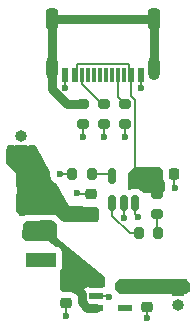
<source format=gbr>
%TF.GenerationSoftware,KiCad,Pcbnew,8.0.1*%
%TF.CreationDate,2024-04-18T20:24:50-07:00*%
%TF.ProjectId,Battery Tester,42617474-6572-4792-9054-65737465722e,rev?*%
%TF.SameCoordinates,Original*%
%TF.FileFunction,Copper,L1,Top*%
%TF.FilePolarity,Positive*%
%FSLAX46Y46*%
G04 Gerber Fmt 4.6, Leading zero omitted, Abs format (unit mm)*
G04 Created by KiCad (PCBNEW 8.0.1) date 2024-04-18 20:24:50*
%MOMM*%
%LPD*%
G01*
G04 APERTURE LIST*
G04 Aperture macros list*
%AMRoundRect*
0 Rectangle with rounded corners*
0 $1 Rounding radius*
0 $2 $3 $4 $5 $6 $7 $8 $9 X,Y pos of 4 corners*
0 Add a 4 corners polygon primitive as box body*
4,1,4,$2,$3,$4,$5,$6,$7,$8,$9,$2,$3,0*
0 Add four circle primitives for the rounded corners*
1,1,$1+$1,$2,$3*
1,1,$1+$1,$4,$5*
1,1,$1+$1,$6,$7*
1,1,$1+$1,$8,$9*
0 Add four rect primitives between the rounded corners*
20,1,$1+$1,$2,$3,$4,$5,0*
20,1,$1+$1,$4,$5,$6,$7,0*
20,1,$1+$1,$6,$7,$8,$9,0*
20,1,$1+$1,$8,$9,$2,$3,0*%
G04 Aperture macros list end*
%TA.AperFunction,SMDPad,CuDef*%
%ADD10R,2.500000X1.200000*%
%TD*%
%TA.AperFunction,SMDPad,CuDef*%
%ADD11RoundRect,0.200000X0.275000X-0.200000X0.275000X0.200000X-0.275000X0.200000X-0.275000X-0.200000X0*%
%TD*%
%TA.AperFunction,SMDPad,CuDef*%
%ADD12RoundRect,0.200000X-0.275000X0.200000X-0.275000X-0.200000X0.275000X-0.200000X0.275000X0.200000X0*%
%TD*%
%TA.AperFunction,SMDPad,CuDef*%
%ADD13RoundRect,0.088500X-0.516500X-0.206500X0.516500X-0.206500X0.516500X0.206500X-0.516500X0.206500X0*%
%TD*%
%TA.AperFunction,SMDPad,CuDef*%
%ADD14RoundRect,0.225000X0.250000X-0.225000X0.250000X0.225000X-0.250000X0.225000X-0.250000X-0.225000X0*%
%TD*%
%TA.AperFunction,ComponentPad*%
%ADD15R,1.000000X1.000000*%
%TD*%
%TA.AperFunction,ComponentPad*%
%ADD16O,1.000000X1.000000*%
%TD*%
%TA.AperFunction,SMDPad,CuDef*%
%ADD17RoundRect,0.225000X-0.225000X-0.250000X0.225000X-0.250000X0.225000X0.250000X-0.225000X0.250000X0*%
%TD*%
%TA.AperFunction,SMDPad,CuDef*%
%ADD18R,0.600000X1.150000*%
%TD*%
%TA.AperFunction,SMDPad,CuDef*%
%ADD19R,0.300000X1.150000*%
%TD*%
%TA.AperFunction,ComponentPad*%
%ADD20O,1.000000X2.100000*%
%TD*%
%TA.AperFunction,ComponentPad*%
%ADD21RoundRect,0.250000X0.250000X0.650000X-0.250000X0.650000X-0.250000X-0.650000X0.250000X-0.650000X0*%
%TD*%
%TA.AperFunction,SMDPad,CuDef*%
%ADD22RoundRect,0.200000X0.200000X0.275000X-0.200000X0.275000X-0.200000X-0.275000X0.200000X-0.275000X0*%
%TD*%
%TA.AperFunction,SMDPad,CuDef*%
%ADD23RoundRect,0.150000X0.150000X-0.512500X0.150000X0.512500X-0.150000X0.512500X-0.150000X-0.512500X0*%
%TD*%
%TA.AperFunction,SMDPad,CuDef*%
%ADD24RoundRect,0.225000X-0.250000X0.225000X-0.250000X-0.225000X0.250000X-0.225000X0.250000X0.225000X0*%
%TD*%
%TA.AperFunction,ViaPad*%
%ADD25C,0.600000*%
%TD*%
%TA.AperFunction,Conductor*%
%ADD26C,0.200000*%
%TD*%
%TA.AperFunction,Conductor*%
%ADD27C,0.750000*%
%TD*%
G04 APERTURE END LIST*
D10*
%TO.P,SW1,1,A*%
%TO.N,/BATT_CONN*%
X144700000Y-108325000D03*
%TO.P,SW1,2,B*%
%TO.N,+BATT*%
X144700000Y-110825000D03*
%TO.P,SW1,3*%
%TO.N,N/C*%
X144700000Y-113325000D03*
%TD*%
D11*
%TO.P,D1,1,K*%
%TO.N,Net-(D1-K)*%
X154500000Y-109425000D03*
%TO.P,D1,2,A*%
%TO.N,+5V*%
X154500000Y-107775000D03*
%TD*%
D12*
%TO.P,R5,1*%
%TO.N,Net-(J1-SHELL_GND-PadSH1)*%
X148225000Y-100150000D03*
%TO.P,R5,2*%
%TO.N,GND*%
X148225000Y-101800000D03*
%TD*%
D13*
%TO.P,U2,1,IN*%
%TO.N,+BATT*%
X149320000Y-115475000D03*
%TO.P,U2,2,GND*%
%TO.N,GND*%
X149320000Y-116425000D03*
%TO.P,U2,3,EN*%
%TO.N,+BATT*%
X149320000Y-117375000D03*
%TO.P,U2,4*%
%TO.N,N/C*%
X151830000Y-117375000D03*
%TO.P,U2,5,OUT*%
%TO.N,+3.3V*%
X151830000Y-115475000D03*
%TD*%
D12*
%TO.P,R3,1*%
%TO.N,Net-(J1-CC2)*%
X150025000Y-100150000D03*
%TO.P,R3,2*%
%TO.N,GND*%
X150025000Y-101800000D03*
%TD*%
D14*
%TO.P,C1,1*%
%TO.N,/BATT_CONN*%
X148900000Y-109275000D03*
%TO.P,C1,2*%
%TO.N,GND*%
X148900000Y-107725000D03*
%TD*%
D15*
%TO.P,3.3v,1,Pin_1*%
%TO.N,+3.3V*%
X156275000Y-115850000D03*
D16*
%TO.P,3.3v,2,Pin_2*%
%TO.N,GND*%
X156275000Y-117120000D03*
%TD*%
D17*
%TO.P,C2,1*%
%TO.N,+5V*%
X154450000Y-106100000D03*
%TO.P,C2,2*%
%TO.N,GND*%
X156000000Y-106100000D03*
%TD*%
D18*
%TO.P,J1,A1_B12,GND*%
%TO.N,GND*%
X153150000Y-97655000D03*
%TO.P,J1,A4_B9,VBUS*%
%TO.N,+5V*%
X152350000Y-97655000D03*
D19*
%TO.P,J1,A5,CC1*%
%TO.N,Net-(J1-CC1)*%
X151200000Y-97655000D03*
%TO.P,J1,A6,DP1*%
%TO.N,unconnected-(J1-DP1-PadA6)*%
X150200000Y-97655000D03*
%TO.P,J1,A7,DN1*%
%TO.N,unconnected-(J1-DN1-PadA7)*%
X149700000Y-97655000D03*
%TO.P,J1,A8,SBU1*%
%TO.N,unconnected-(J1-SBU1-PadA8)*%
X148700000Y-97655000D03*
D18*
%TO.P,J1,B1_A12,GND*%
%TO.N,GND*%
X146750000Y-97655000D03*
%TO.P,J1,B4_A9,VBUS*%
%TO.N,+5V*%
X147550000Y-97655000D03*
D19*
%TO.P,J1,B5,CC2*%
%TO.N,Net-(J1-CC2)*%
X148200000Y-97655000D03*
%TO.P,J1,B6,DP2*%
%TO.N,unconnected-(J1-DP2-PadB6)*%
X149200000Y-97655000D03*
%TO.P,J1,B7,DN2*%
%TO.N,unconnected-(J1-DN2-PadB7)*%
X150700000Y-97655000D03*
%TO.P,J1,B8,SBU2*%
%TO.N,unconnected-(J1-SBU2-PadB8)*%
X151700000Y-97655000D03*
D20*
%TO.P,J1,SH1,SHELL_GND*%
%TO.N,Net-(J1-SHELL_GND-PadSH1)*%
X154270000Y-97080000D03*
%TO.P,J1,SH2,SHELL_GND*%
X145630000Y-97080000D03*
D21*
%TO.P,J1,SH3,SHELL_GND*%
X154270000Y-92900000D03*
%TO.P,J1,SH4,SHELL_GND*%
X145630000Y-92900000D03*
%TD*%
D22*
%TO.P,R2,1*%
%TO.N,Net-(D1-K)*%
X154625000Y-111100000D03*
%TO.P,R2,2*%
%TO.N,/STAT*%
X152975000Y-111100000D03*
%TD*%
D23*
%TO.P,U1,1,STAT*%
%TO.N,/STAT*%
X150750000Y-108537500D03*
%TO.P,U1,2,V_{SS}*%
%TO.N,GND*%
X151700000Y-108537500D03*
%TO.P,U1,3,V_{BAT}*%
%TO.N,/BATT_CONN*%
X152650000Y-108537500D03*
%TO.P,U1,4,V_{DD}*%
%TO.N,+5V*%
X152650000Y-106262500D03*
%TO.P,U1,5,PROG*%
%TO.N,Net-(U1-PROG)*%
X150750000Y-106262500D03*
%TD*%
D22*
%TO.P,R1,1*%
%TO.N,Net-(U1-PROG)*%
X149000000Y-106100000D03*
%TO.P,R1,2*%
%TO.N,GND*%
X147350000Y-106100000D03*
%TD*%
D12*
%TO.P,R4,1*%
%TO.N,Net-(J1-CC1)*%
X151825000Y-100150000D03*
%TO.P,R4,2*%
%TO.N,GND*%
X151825000Y-101800000D03*
%TD*%
D24*
%TO.P,C4,1*%
%TO.N,+3.3V*%
X153675000Y-115750000D03*
%TO.P,C4,2*%
%TO.N,GND*%
X153675000Y-117300000D03*
%TD*%
D15*
%TO.P,BATT,1,+*%
%TO.N,/BATT_CONN*%
X143025000Y-104100000D03*
D16*
%TO.P,BATT,2,-*%
%TO.N,GND*%
X143025000Y-102830000D03*
%TD*%
D24*
%TO.P,C3,1*%
%TO.N,+BATT*%
X146850000Y-115475000D03*
%TO.P,C3,2*%
%TO.N,GND*%
X146850000Y-117025000D03*
%TD*%
D25*
%TO.N,GND*%
X151850000Y-102925000D03*
X147750000Y-107700000D03*
X151750000Y-109800000D03*
X150050000Y-102925000D03*
X146775000Y-98800000D03*
X156025000Y-107225000D03*
X153200000Y-98800000D03*
X146850000Y-118050000D03*
X153675000Y-118225000D03*
X146275000Y-106075000D03*
X148250000Y-102950000D03*
X150425000Y-116450000D03*
%TO.N,/BATT_CONN*%
X152875000Y-109700000D03*
X147700000Y-109400000D03*
%TD*%
D26*
%TO.N,GND*%
X146850000Y-118050000D02*
X146850000Y-117025000D01*
X149320000Y-116425000D02*
X150400000Y-116425000D01*
X150025000Y-101800000D02*
X150025000Y-102900000D01*
X146300000Y-106100000D02*
X146275000Y-106075000D01*
X153675000Y-117300000D02*
X153675000Y-118225000D01*
X150400000Y-116425000D02*
X150425000Y-116450000D01*
X156000000Y-106100000D02*
X156000000Y-107200000D01*
X148900000Y-107725000D02*
X147775000Y-107725000D01*
X151700000Y-109750000D02*
X151750000Y-109800000D01*
X148225000Y-102925000D02*
X148250000Y-102950000D01*
X153150000Y-98750000D02*
X153200000Y-98800000D01*
X151825000Y-102900000D02*
X151825000Y-101800000D01*
X151850000Y-102925000D02*
X151825000Y-102900000D01*
X146750000Y-98775000D02*
X146775000Y-98800000D01*
X147775000Y-107725000D02*
X147750000Y-107700000D01*
X151700000Y-108537500D02*
X151700000Y-109750000D01*
X147350000Y-106100000D02*
X146300000Y-106100000D01*
X148225000Y-101800000D02*
X148225000Y-102925000D01*
X156000000Y-107200000D02*
X156025000Y-107225000D01*
X153150000Y-97655000D02*
X153150000Y-98750000D01*
X146750000Y-97655000D02*
X146750000Y-98775000D01*
X150025000Y-102900000D02*
X150050000Y-102925000D01*
%TO.N,+5V*%
X147550000Y-97655000D02*
X147750000Y-97455000D01*
X152145000Y-96775000D02*
X152150000Y-96780000D01*
X152650000Y-99787352D02*
X152650000Y-106262500D01*
X152350000Y-97655000D02*
X152350000Y-99487352D01*
X147750000Y-97455000D02*
X147750000Y-96780000D01*
X147750000Y-96780000D02*
X147755000Y-96775000D01*
X147755000Y-96775000D02*
X152145000Y-96775000D01*
X152350000Y-99487352D02*
X152650000Y-99787352D01*
X152150000Y-96780000D02*
X152150000Y-97455000D01*
X152150000Y-97455000D02*
X152350000Y-97655000D01*
D27*
%TO.N,+BATT*%
X146850000Y-115475000D02*
X147375000Y-115475000D01*
X148140000Y-116240000D02*
X148140000Y-116908784D01*
X148606216Y-117375000D02*
X149320000Y-117375000D01*
X148140000Y-116908784D02*
X148606216Y-117375000D01*
X147375000Y-115475000D02*
X148140000Y-116240000D01*
D26*
%TO.N,Net-(D1-K)*%
X154500000Y-110975000D02*
X154625000Y-111100000D01*
X154500000Y-109425000D02*
X154500000Y-110975000D01*
D27*
%TO.N,Net-(J1-SHELL_GND-PadSH1)*%
X145630000Y-97080000D02*
X145630000Y-98892437D01*
X154270000Y-92900000D02*
X145630000Y-92900000D01*
X145630000Y-97080000D02*
X145630000Y-92900000D01*
X154270000Y-97080000D02*
X154270000Y-92900000D01*
X146887563Y-100150000D02*
X148225000Y-100150000D01*
X145630000Y-98892437D02*
X146887563Y-100150000D01*
D26*
%TO.N,Net-(J1-CC2)*%
X148200000Y-97655000D02*
X148200000Y-98480000D01*
X149870000Y-100150000D02*
X150025000Y-100150000D01*
X148200000Y-98480000D02*
X149870000Y-100150000D01*
%TO.N,Net-(J1-CC1)*%
X151200000Y-97655000D02*
X151200000Y-99525000D01*
X151200000Y-99525000D02*
X151825000Y-100150000D01*
%TO.N,Net-(U1-PROG)*%
X149000000Y-106100000D02*
X150587500Y-106100000D01*
X150587500Y-106100000D02*
X150750000Y-106262500D01*
%TO.N,/STAT*%
X150750000Y-108537500D02*
X150750000Y-109648529D01*
X150750000Y-109648529D02*
X152201471Y-111100000D01*
X152201471Y-111100000D02*
X152975000Y-111100000D01*
%TO.N,/BATT_CONN*%
X152650000Y-109475000D02*
X152875000Y-109700000D01*
X152650000Y-108537500D02*
X152650000Y-109475000D01*
%TD*%
%TA.AperFunction,Conductor*%
%TO.N,+3.3V*%
G36*
X156971358Y-114974529D02*
G01*
X157038221Y-114994801D01*
X157061384Y-115014416D01*
X157292116Y-115264376D01*
X157323123Y-115326988D01*
X157325000Y-115348482D01*
X157325000Y-115933637D01*
X157305315Y-116000676D01*
X157269783Y-116036811D01*
X156981742Y-116228838D01*
X156915042Y-116249646D01*
X156911852Y-116249659D01*
X156797169Y-116248635D01*
X156739823Y-116233998D01*
X156677175Y-116200512D01*
X156659730Y-116191187D01*
X156471129Y-116133975D01*
X156275000Y-116114659D01*
X156078870Y-116133975D01*
X155994246Y-116159645D01*
X155890273Y-116191186D01*
X155890270Y-116191187D01*
X155890268Y-116191188D01*
X155827367Y-116224808D01*
X155767809Y-116239444D01*
X151407402Y-116200512D01*
X151340541Y-116180230D01*
X151313250Y-116155900D01*
X151003741Y-115784489D01*
X150975945Y-115720386D01*
X150975000Y-115705106D01*
X150975000Y-115326362D01*
X150994685Y-115259323D01*
X151011319Y-115238681D01*
X151288231Y-114961768D01*
X151349552Y-114928285D01*
X151376996Y-114925456D01*
X156971358Y-114974529D01*
G37*
%TD.AperFunction*%
%TD*%
%TA.AperFunction,Conductor*%
%TO.N,+BATT*%
G36*
X145737362Y-110019547D02*
G01*
X145762352Y-110040225D01*
X146016866Y-110314317D01*
X146048059Y-110376838D01*
X146050000Y-110398693D01*
X146050000Y-111500000D01*
X150104105Y-114787780D01*
X150143775Y-114845296D01*
X150150000Y-114884090D01*
X150150000Y-115525863D01*
X150130315Y-115592902D01*
X150077511Y-115638657D01*
X150008353Y-115648601D01*
X149993912Y-115645639D01*
X149990264Y-115644661D01*
X149875101Y-115629500D01*
X148764897Y-115629500D01*
X148649747Y-115644659D01*
X148649736Y-115644662D01*
X148506463Y-115704007D01*
X148506457Y-115704010D01*
X148382178Y-115799375D01*
X148348836Y-115812265D01*
X148349536Y-115813796D01*
X148325000Y-115824999D01*
X148250190Y-115911319D01*
X148037082Y-116157212D01*
X147978303Y-116194980D01*
X147943379Y-116200000D01*
X147544385Y-116200000D01*
X147479288Y-116181538D01*
X147408705Y-116138001D01*
X147408699Y-116137998D01*
X147408697Y-116137997D01*
X147383815Y-116129752D01*
X147247709Y-116084651D01*
X147148352Y-116074500D01*
X146575862Y-116074500D01*
X146508823Y-116054815D01*
X146488181Y-116038181D01*
X146361319Y-115911319D01*
X146327834Y-115849996D01*
X146325000Y-115823638D01*
X146325000Y-114300501D01*
X146344685Y-114233462D01*
X146349722Y-114226205D01*
X146393796Y-114167331D01*
X146444091Y-114032483D01*
X146450500Y-113972873D01*
X146450499Y-112677128D01*
X146444091Y-112617517D01*
X146393796Y-112482669D01*
X146393795Y-112482668D01*
X146393793Y-112482664D01*
X146307547Y-112367455D01*
X146307544Y-112367452D01*
X146192335Y-112281206D01*
X146192328Y-112281202D01*
X146057482Y-112230908D01*
X146057483Y-112230908D01*
X145997883Y-112224501D01*
X145997881Y-112224500D01*
X145997873Y-112224500D01*
X145997865Y-112224500D01*
X145930857Y-112224500D01*
X145863818Y-112204815D01*
X145850354Y-112194814D01*
X145300000Y-111725000D01*
X143478884Y-111725000D01*
X143411845Y-111705315D01*
X143388238Y-111685612D01*
X143112062Y-111389709D01*
X143080712Y-111327272D01*
X143079062Y-111295836D01*
X143146559Y-110395873D01*
X143171203Y-110330496D01*
X143182524Y-110317475D01*
X143439252Y-110060747D01*
X143500573Y-110027264D01*
X143525550Y-110024438D01*
X145670111Y-110000609D01*
X145737362Y-110019547D01*
G37*
%TD.AperFunction*%
%TD*%
%TA.AperFunction,Conductor*%
%TO.N,/BATT_CONN*%
G36*
X142464091Y-103664642D02*
G01*
X142466459Y-103665908D01*
X142466462Y-103665910D01*
X142587423Y-103730565D01*
X142634194Y-103755565D01*
X142640273Y-103758814D01*
X142828868Y-103816024D01*
X143025000Y-103835341D01*
X143221132Y-103816024D01*
X143409727Y-103758814D01*
X143583538Y-103665910D01*
X143583540Y-103665908D01*
X143585909Y-103664642D01*
X143644363Y-103650000D01*
X144176275Y-103650000D01*
X144243314Y-103669685D01*
X144285215Y-103714771D01*
X145467778Y-105889843D01*
X145482506Y-105958142D01*
X145482058Y-105962954D01*
X145469435Y-106074995D01*
X145469435Y-106075003D01*
X145489630Y-106254249D01*
X145489631Y-106254254D01*
X145549211Y-106424523D01*
X145576980Y-106468716D01*
X145645184Y-106577262D01*
X145772738Y-106704816D01*
X145925478Y-106800789D01*
X145926731Y-106801227D01*
X145927430Y-106801728D01*
X145931752Y-106803810D01*
X145931387Y-106804566D01*
X145983507Y-106841945D01*
X145994721Y-106859041D01*
X147050000Y-108800000D01*
X149408789Y-108872952D01*
X149475188Y-108894700D01*
X149510108Y-108931173D01*
X149581152Y-109044843D01*
X149600000Y-109110563D01*
X149600000Y-109848684D01*
X149589313Y-109899045D01*
X149532415Y-110027066D01*
X149487199Y-110080333D01*
X149420365Y-110100698D01*
X149420219Y-110100699D01*
X149420190Y-110100700D01*
X146679048Y-110124745D01*
X146623862Y-110112327D01*
X146445031Y-110025621D01*
X146397181Y-109984630D01*
X146387293Y-109970349D01*
X146387289Y-109970345D01*
X146387289Y-109970344D01*
X146377724Y-109960044D01*
X146369338Y-109949997D01*
X146307546Y-109867454D01*
X146307542Y-109867451D01*
X146307539Y-109867448D01*
X146264673Y-109835358D01*
X146248124Y-109820474D01*
X146132779Y-109696257D01*
X146084611Y-109650765D01*
X146059621Y-109630087D01*
X146005916Y-109591284D01*
X145940149Y-109562128D01*
X145874383Y-109532972D01*
X145874377Y-109532970D01*
X145808533Y-109514428D01*
X145807236Y-109514046D01*
X145664492Y-109495139D01*
X143519952Y-109518968D01*
X143519936Y-109518968D01*
X143519934Y-109518969D01*
X143468718Y-109522143D01*
X143468712Y-109522143D01*
X143468706Y-109522144D01*
X143452915Y-109523931D01*
X143443741Y-109524969D01*
X143443736Y-109524969D01*
X143443734Y-109524970D01*
X143393127Y-109533314D01*
X143393123Y-109533315D01*
X143258316Y-109583595D01*
X143258308Y-109583599D01*
X143198952Y-109616008D01*
X143195053Y-109618048D01*
X143194414Y-109618368D01*
X143134580Y-109631419D01*
X143006363Y-109626960D01*
X142940048Y-109604957D01*
X142914435Y-109581228D01*
X142875225Y-109532970D01*
X142652423Y-109258751D01*
X142625426Y-109194308D01*
X142624665Y-109181512D01*
X142614103Y-107808486D01*
X142623537Y-107760087D01*
X142671658Y-107643913D01*
X142681096Y-107596462D01*
X142700500Y-107498920D01*
X142700500Y-107351079D01*
X142671659Y-107206092D01*
X142671658Y-107206091D01*
X142671658Y-107206087D01*
X142665534Y-107191303D01*
X142617541Y-107075435D01*
X142608107Y-107028943D01*
X142600000Y-105975000D01*
X141790664Y-105260880D01*
X141753419Y-105201765D01*
X141748739Y-105170783D01*
X141725389Y-104166728D01*
X141729057Y-104133771D01*
X141826518Y-103743926D01*
X141861875Y-103683662D01*
X141924199Y-103652080D01*
X141946816Y-103650000D01*
X142405637Y-103650000D01*
X142464091Y-103664642D01*
G37*
%TD.AperFunction*%
%TD*%
%TA.AperFunction,Conductor*%
%TO.N,+5V*%
G36*
X154720551Y-105469195D02*
G01*
X154735917Y-105480246D01*
X155005374Y-105707157D01*
X155043972Y-105765394D01*
X155049500Y-105802004D01*
X155049500Y-106398337D01*
X155049501Y-106398355D01*
X155059650Y-106497707D01*
X155059651Y-106497710D01*
X155112996Y-106658694D01*
X155112997Y-106658697D01*
X155172425Y-106755044D01*
X155190870Y-106818108D01*
X155199255Y-107329592D01*
X155180672Y-107396946D01*
X155171243Y-107410146D01*
X155012210Y-107604521D01*
X154954523Y-107643942D01*
X154916239Y-107650000D01*
X153396309Y-107650000D01*
X153329270Y-107630315D01*
X153308628Y-107613681D01*
X153201870Y-107506923D01*
X153201862Y-107506917D01*
X153060396Y-107423255D01*
X153060393Y-107423254D01*
X152902573Y-107377402D01*
X152902567Y-107377401D01*
X152865701Y-107374500D01*
X152865694Y-107374500D01*
X152434306Y-107374500D01*
X152434298Y-107374500D01*
X152397432Y-107377401D01*
X152397426Y-107377402D01*
X152258595Y-107417737D01*
X152188725Y-107417538D01*
X152130055Y-107379596D01*
X152101212Y-107315957D01*
X152100000Y-107298661D01*
X152100000Y-105961414D01*
X152119685Y-105894375D01*
X152148851Y-105862781D01*
X152593025Y-105524362D01*
X152658280Y-105499390D01*
X152665164Y-105499032D01*
X154653057Y-105451131D01*
X154720551Y-105469195D01*
G37*
%TD.AperFunction*%
%TD*%
M02*

</source>
